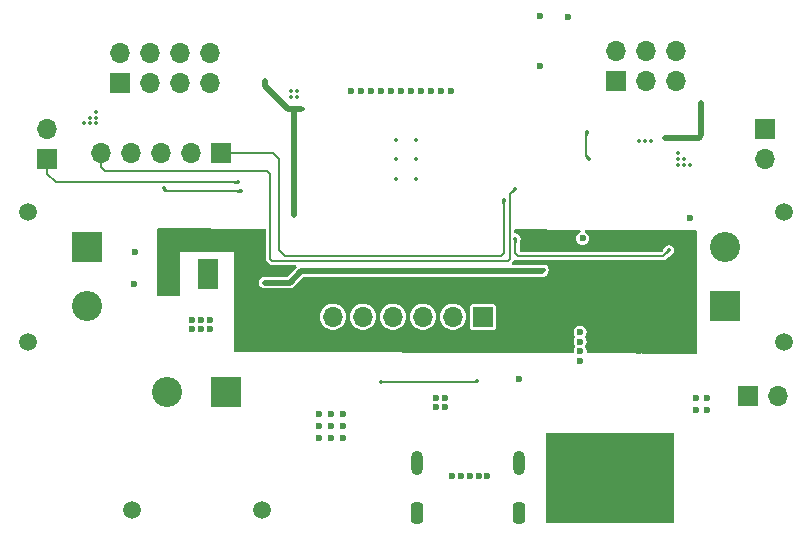
<source format=gbr>
%TF.GenerationSoftware,KiCad,Pcbnew,8.0.5*%
%TF.CreationDate,2024-10-31T19:08:10-07:00*%
%TF.ProjectId,PIG-19,5049472d-3139-42e6-9b69-6361645f7063,rev?*%
%TF.SameCoordinates,Original*%
%TF.FileFunction,Copper,L4,Bot*%
%TF.FilePolarity,Positive*%
%FSLAX46Y46*%
G04 Gerber Fmt 4.6, Leading zero omitted, Abs format (unit mm)*
G04 Created by KiCad (PCBNEW 8.0.5) date 2024-10-31 19:08:10*
%MOMM*%
%LPD*%
G01*
G04 APERTURE LIST*
G04 Aperture macros list*
%AMRoundRect*
0 Rectangle with rounded corners*
0 $1 Rounding radius*
0 $2 $3 $4 $5 $6 $7 $8 $9 X,Y pos of 4 corners*
0 Add a 4 corners polygon primitive as box body*
4,1,4,$2,$3,$4,$5,$6,$7,$8,$9,$2,$3,0*
0 Add four circle primitives for the rounded corners*
1,1,$1+$1,$2,$3*
1,1,$1+$1,$4,$5*
1,1,$1+$1,$6,$7*
1,1,$1+$1,$8,$9*
0 Add four rect primitives between the rounded corners*
20,1,$1+$1,$2,$3,$4,$5,0*
20,1,$1+$1,$4,$5,$6,$7,0*
20,1,$1+$1,$6,$7,$8,$9,0*
20,1,$1+$1,$8,$9,$2,$3,0*%
G04 Aperture macros list end*
%TA.AperFunction,ComponentPad*%
%ADD10R,1.700000X1.700000*%
%TD*%
%TA.AperFunction,ComponentPad*%
%ADD11O,1.700000X1.700000*%
%TD*%
%TA.AperFunction,ComponentPad*%
%ADD12C,2.550000*%
%TD*%
%TA.AperFunction,ComponentPad*%
%ADD13R,2.550000X2.550000*%
%TD*%
%TA.AperFunction,ComponentPad*%
%ADD14C,1.508000*%
%TD*%
%TA.AperFunction,ComponentPad*%
%ADD15O,1.000000X2.100000*%
%TD*%
%TA.AperFunction,ComponentPad*%
%ADD16RoundRect,0.250000X-0.250000X-0.650000X0.250000X-0.650000X0.250000X0.650000X-0.250000X0.650000X0*%
%TD*%
%TA.AperFunction,SMDPad,CuDef*%
%ADD17R,1.749999X2.500000*%
%TD*%
%TA.AperFunction,SMDPad,CuDef*%
%ADD18R,10.840000X7.620000*%
%TD*%
%TA.AperFunction,ViaPad*%
%ADD19C,0.350000*%
%TD*%
%TA.AperFunction,ViaPad*%
%ADD20C,0.600000*%
%TD*%
%TA.AperFunction,Conductor*%
%ADD21C,0.200000*%
%TD*%
%TA.AperFunction,Conductor*%
%ADD22C,0.500000*%
%TD*%
%TA.AperFunction,Conductor*%
%ADD23C,0.254000*%
%TD*%
G04 APERTURE END LIST*
D10*
%TO.P,J6,1,Pin_1*%
%TO.N,/mot-2*%
X129496955Y-68127518D03*
D11*
%TO.P,J6,2,Pin_2*%
%TO.N,GND*%
X129496955Y-65587518D03*
%TD*%
D10*
%TO.P,BNO1,1,Pin_1*%
%TO.N,/SDA*%
X144196955Y-67627518D03*
D11*
%TO.P,BNO1,2,Pin_2*%
%TO.N,+3V3*%
X141656955Y-67627518D03*
%TO.P,BNO1,3,Pin_3*%
%TO.N,/INT3*%
X139116955Y-67627518D03*
%TO.P,BNO1,4,Pin_4*%
%TO.N,GND*%
X136576955Y-67627518D03*
%TO.P,BNO1,5,Pin_5*%
%TO.N,/SCL*%
X134036955Y-67627518D03*
%TD*%
D12*
%TO.P,J2,N,N*%
%TO.N,GND*%
X186871955Y-75627518D03*
D13*
%TO.P,J2,P,P*%
%TO.N,+BATT*%
X186871955Y-80627518D03*
D14*
%TO.P,J2,S1,S1*%
%TO.N,unconnected-(J2-PadS1)*%
X191871955Y-83627518D03*
%TO.P,J2,S2,S2*%
%TO.N,unconnected-(J2-PadS2)*%
X191871955Y-72627518D03*
%TD*%
D12*
%TO.P,J9,N,N*%
%TO.N,GND*%
X139621955Y-87871768D03*
D13*
%TO.P,J9,P,P*%
%TO.N,Net-(SW3A-A)*%
X144621955Y-87871768D03*
D14*
%TO.P,J9,S1,S1*%
%TO.N,unconnected-(J9-PadS1)*%
X136621955Y-97871768D03*
%TO.P,J9,S2,S2*%
%TO.N,unconnected-(J9-PadS2)*%
X147621955Y-97871768D03*
%TD*%
D15*
%TO.P,J11,S1,SHELL_GND*%
%TO.N,GND*%
X160801955Y-93897518D03*
%TO.P,J11,S2,SHELL_GND*%
X169441955Y-93897518D03*
D16*
%TO.P,J11,S3,SHELL_GND*%
X160801955Y-98077518D03*
%TO.P,J11,S4,SHELL_GND*%
X169441955Y-98077518D03*
%TD*%
D10*
%TO.P,LED1,1,Pin_1*%
%TO.N,+5V*%
X177596955Y-61527518D03*
D11*
%TO.P,LED1,2,Pin_2*%
X177596955Y-58987518D03*
%TO.P,LED1,3,Pin_3*%
%TO.N,/LED_S1*%
X180136955Y-61527518D03*
%TO.P,LED1,4,Pin_4*%
%TO.N,/LED_S2*%
X180136955Y-58987518D03*
%TO.P,LED1,5,Pin_5*%
%TO.N,GND*%
X182676955Y-61527518D03*
%TO.P,LED1,6,Pin_6*%
X182676955Y-58987518D03*
%TD*%
D17*
%TO.P,LDO1,9,Thermal_Pad*%
%TO.N,GND*%
X143121955Y-77877518D03*
%TD*%
D10*
%TO.P,LM298NPWR1,1,Pin_1*%
%TO.N,+BATT*%
X188825000Y-88200000D03*
D11*
%TO.P,LM298NPWR1,2,Pin_2*%
%TO.N,GND*%
X191365000Y-88200000D03*
%TD*%
D10*
%TO.P,RescueDCPin1,1,Pin_1*%
%TO.N,/ENA*%
X166370000Y-81500000D03*
D11*
%TO.P,RescueDCPin1,2,Pin_2*%
%TO.N,/IN1*%
X163830000Y-81500000D03*
%TO.P,RescueDCPin1,3,Pin_3*%
%TO.N,/IN2*%
X161290000Y-81500000D03*
%TO.P,RescueDCPin1,4,Pin_4*%
%TO.N,/IN3*%
X158750000Y-81500000D03*
%TO.P,RescueDCPin1,5,Pin_5*%
%TO.N,/IN4*%
X156210000Y-81500000D03*
%TO.P,RescueDCPin1,6,Pin_6*%
%TO.N,/ENB*%
X153670000Y-81500000D03*
%TD*%
D18*
%TO.P,U1,4,GND*%
%TO.N,GND*%
X177121955Y-95127518D03*
%TD*%
D10*
%TO.P,J5,1,Pin_1*%
%TO.N,/mot-1*%
X190246955Y-65627518D03*
D11*
%TO.P,J5,2,Pin_2*%
%TO.N,GND*%
X190246955Y-68167518D03*
%TD*%
D10*
%TO.P,USS1,1,Pin_1*%
%TO.N,+5V*%
X135621955Y-61667518D03*
D11*
%TO.P,USS1,2,Pin_2*%
X135621955Y-59127518D03*
%TO.P,USS1,3,Pin_3*%
%TO.N,/Echo_1*%
X138161955Y-61667518D03*
%TO.P,USS1,4,Pin_4*%
%TO.N,/Echo_2*%
X138161955Y-59127518D03*
%TO.P,USS1,5,Pin_5*%
%TO.N,/Trig_1*%
X140701955Y-61667518D03*
%TO.P,USS1,6,Pin_6*%
%TO.N,/Trig_2*%
X140701955Y-59127518D03*
%TO.P,USS1,7,Pin_7*%
%TO.N,GND*%
X143241955Y-61667518D03*
%TO.P,USS1,8,Pin_8*%
X143241955Y-59127518D03*
%TD*%
D12*
%TO.P,J1,N,N*%
%TO.N,GND*%
X132871955Y-80627518D03*
D13*
%TO.P,J1,P,P*%
%TO.N,+BATT*%
X132871955Y-75627518D03*
D14*
%TO.P,J1,S1,S1*%
%TO.N,unconnected-(J1-PadS1)*%
X127871955Y-72627518D03*
%TO.P,J1,S2,S2*%
%TO.N,unconnected-(J1-PadS2)*%
X127871955Y-83627518D03*
%TD*%
D19*
%TO.N,/SDA*%
X168121955Y-71600000D03*
D20*
%TO.N,GND*%
X141750000Y-81750000D03*
X173250000Y-92250000D03*
D19*
X159046955Y-68152518D03*
D20*
X180250000Y-94250000D03*
D19*
X133621955Y-65127518D03*
D20*
X176250000Y-95250000D03*
X178250000Y-95250000D03*
X179250000Y-96250000D03*
X174250000Y-96250000D03*
X177250000Y-94250000D03*
X177250000Y-96250000D03*
X181250000Y-93250000D03*
D19*
X150121955Y-62877518D03*
X160696955Y-66502518D03*
X133121955Y-65127518D03*
D20*
X156050000Y-62400000D03*
X178250000Y-92250000D03*
X142600000Y-77900000D03*
X177250000Y-92250000D03*
X180250000Y-92250000D03*
X160300000Y-62400000D03*
X179250000Y-95250000D03*
D19*
X160696955Y-69802518D03*
D20*
X185371955Y-88377518D03*
D19*
X133121955Y-64627518D03*
D20*
X173250000Y-95250000D03*
X179250000Y-94250000D03*
X163700000Y-62400000D03*
X176250000Y-92250000D03*
X177250000Y-95250000D03*
X155200000Y-62400000D03*
D19*
X160696955Y-68152518D03*
D20*
X143250000Y-82500000D03*
D19*
X182871955Y-68627518D03*
D20*
X178250000Y-96250000D03*
X142600000Y-78800000D03*
X176250000Y-94250000D03*
D19*
X150621955Y-62377518D03*
D20*
X143500000Y-77900000D03*
D19*
X159046955Y-66502518D03*
D20*
X174250000Y-92250000D03*
D19*
X180121955Y-66627518D03*
D20*
X158600000Y-62400000D03*
X161150000Y-62400000D03*
X175250000Y-94250000D03*
X174250000Y-93250000D03*
X173250000Y-96250000D03*
X175250000Y-95250000D03*
X179250000Y-93250000D03*
X175250000Y-93250000D03*
X180250000Y-93250000D03*
D19*
X183871955Y-68627518D03*
X179621955Y-66627518D03*
D20*
X185371955Y-89377518D03*
X178250000Y-94250000D03*
X143500000Y-77000000D03*
X173600000Y-56100000D03*
X176250000Y-96250000D03*
D19*
X182871955Y-68127518D03*
X183371955Y-68627518D03*
D20*
X177250000Y-93250000D03*
X173250000Y-93250000D03*
X179250000Y-92250000D03*
D19*
X150121955Y-62377518D03*
X180621955Y-66627518D03*
D20*
X178250000Y-93250000D03*
X184371955Y-89377518D03*
X157750000Y-62400000D03*
X142500000Y-82500000D03*
X180250000Y-95250000D03*
X175250000Y-96250000D03*
X163121955Y-89127518D03*
X163121955Y-88377518D03*
D19*
X159046955Y-69802518D03*
D20*
X184371955Y-88377518D03*
X143250000Y-81750000D03*
X181250000Y-96250000D03*
X171200000Y-56050000D03*
X171200000Y-60250000D03*
X159450000Y-62400000D03*
X143500000Y-78800000D03*
X174250000Y-95250000D03*
D19*
X183371955Y-68127518D03*
X132621955Y-65127518D03*
D20*
X180250000Y-96250000D03*
D19*
X133621955Y-64627518D03*
D20*
X181250000Y-95250000D03*
X162000000Y-62400000D03*
X162850000Y-62400000D03*
X174250000Y-94250000D03*
X181250000Y-94250000D03*
X162371955Y-88377518D03*
X181250000Y-92250000D03*
X141750000Y-82500000D03*
X173250000Y-94250000D03*
D19*
X133621955Y-64127518D03*
X150621955Y-62877518D03*
D20*
X142500000Y-81750000D03*
X162371955Y-89127518D03*
X142600000Y-77000000D03*
X176250000Y-93250000D03*
X156900000Y-62400000D03*
X175250000Y-92250000D03*
D19*
X182871955Y-67627518D03*
%TO.N,Net-(Accelerometer1-CS)*%
X175371955Y-68127518D03*
X175167365Y-65832108D03*
%TO.N,/SCL*%
X169046955Y-70702518D03*
%TO.N,+3V3*%
X150250000Y-63902518D03*
X184871955Y-63377518D03*
X181821955Y-66377518D03*
X151100000Y-63900000D03*
X150000000Y-78600000D03*
X147921955Y-61500000D03*
X150371955Y-72877518D03*
X147871955Y-78627518D03*
X171500000Y-77500000D03*
D20*
%TO.N,PWR-DIODE*%
X139650000Y-78750000D03*
X139675000Y-76025000D03*
X179600000Y-84400000D03*
X179600000Y-82800000D03*
X179600000Y-83600000D03*
X180200000Y-74850000D03*
%TO.N,+BATT*%
X183900000Y-73100000D03*
X153500000Y-91750000D03*
X153500000Y-90750000D03*
X152500000Y-90750000D03*
X154500000Y-91750000D03*
X152500000Y-91750000D03*
X154500000Y-89750000D03*
X152500000Y-89750000D03*
X136871955Y-76000000D03*
X154500000Y-90750000D03*
X153500000Y-89750000D03*
%TO.N,+5V*%
X174800000Y-74850000D03*
X174600000Y-82800000D03*
X174600000Y-83600000D03*
X174600000Y-85200000D03*
X169400000Y-86750000D03*
X174600000Y-84400000D03*
%TO.N,+V_USB*%
X163750000Y-95000000D03*
X165250000Y-95000000D03*
X166750000Y-95000000D03*
X164500000Y-95000000D03*
X166000000Y-95000000D03*
X136800000Y-78700000D03*
D19*
%TO.N,/mot-2*%
X145621955Y-70127518D03*
%TO.N,/DP*%
X165871955Y-86928045D03*
X157750000Y-87000000D03*
%TO.N,/Batt_S*%
X182121955Y-75877518D03*
X169121955Y-74877518D03*
%TO.N,/INT3*%
X145871955Y-70877518D03*
X139371955Y-70627518D03*
%TD*%
D21*
%TO.N,/SDA*%
X149121955Y-75877518D02*
X149121955Y-68127518D01*
X167871955Y-76377518D02*
X149621955Y-76377518D01*
X149621955Y-76377518D02*
X149121955Y-75877518D01*
X148621955Y-67627518D02*
X144196955Y-67627518D01*
X149121955Y-68127518D02*
X148621955Y-67627518D01*
X168121955Y-71600000D02*
X168121955Y-76127518D01*
X168121955Y-76127518D02*
X167871955Y-76377518D01*
%TO.N,Net-(Accelerometer1-CS)*%
X175167365Y-65832108D02*
X175121955Y-65877518D01*
X175121955Y-65877518D02*
X175121955Y-67877518D01*
X175121955Y-67877518D02*
X175371955Y-68127518D01*
%TO.N,/SCL*%
X148371955Y-69377518D02*
X148121955Y-69127518D01*
X169046955Y-70702518D02*
X168646955Y-71102518D01*
X148521955Y-76777518D02*
X148371955Y-76627518D01*
X134371955Y-69127518D02*
X134036955Y-68792518D01*
X148121955Y-69127518D02*
X134371955Y-69127518D01*
X168471955Y-76777518D02*
X148521955Y-76777518D01*
X148371955Y-76627518D02*
X148371955Y-69377518D01*
X168646955Y-76602518D02*
X168471955Y-76777518D01*
X134036955Y-68792518D02*
X134036955Y-67627518D01*
X168646955Y-71102518D02*
X168646955Y-76602518D01*
%TO.N,+3V3*%
X147899473Y-78600000D02*
X147871955Y-78627518D01*
X150250000Y-63902518D02*
X150252518Y-63900000D01*
D22*
X184871955Y-66127518D02*
X184871955Y-63377518D01*
X149902518Y-63902518D02*
X147921955Y-61921955D01*
X150252518Y-63900000D02*
X150700000Y-63900000D01*
X171372482Y-77627518D02*
X150972482Y-77627518D01*
X147921955Y-61921955D02*
X147921955Y-61500000D01*
X150700000Y-63900000D02*
X151000000Y-63900000D01*
X150972482Y-77627518D02*
X150000000Y-78600000D01*
X181821955Y-66377518D02*
X184621955Y-66377518D01*
X184621955Y-66377518D02*
X184871955Y-66127518D01*
D21*
X150250000Y-63902518D02*
X150371955Y-64024473D01*
D23*
X171500000Y-77500000D02*
X171372482Y-77627518D01*
D22*
X150371955Y-64024473D02*
X150371955Y-72877518D01*
X150250000Y-63902518D02*
X149902518Y-63902518D01*
X150000000Y-78600000D02*
X147899473Y-78600000D01*
D21*
%TO.N,/mot-2*%
X145621955Y-70127518D02*
X130246955Y-70127518D01*
X130246955Y-70127518D02*
X129496955Y-69377518D01*
X129496955Y-69377518D02*
X129496955Y-68127518D01*
%TO.N,/DP*%
X157750000Y-87000000D02*
X165800000Y-87000000D01*
X165800000Y-87000000D02*
X165871955Y-86928045D01*
%TO.N,/Batt_S*%
X169377518Y-76377518D02*
X169121955Y-76121955D01*
X182121955Y-75877518D02*
X181621955Y-76377518D01*
X169121955Y-76121955D02*
X169121955Y-74877518D01*
X181621955Y-76377518D02*
X169377518Y-76377518D01*
%TO.N,/INT3*%
X139371955Y-70627518D02*
X139621955Y-70877518D01*
X139621955Y-70877518D02*
X145871955Y-70877518D01*
%TD*%
%TA.AperFunction,Conductor*%
%TO.N,PWR-DIODE*%
G36*
X147897864Y-74030025D02*
G01*
X147964836Y-74049929D01*
X148010418Y-74102883D01*
X148021455Y-74154024D01*
X148021455Y-76673663D01*
X148045026Y-76761635D01*
X148045027Y-76761635D01*
X148045341Y-76762806D01*
X148045341Y-76762808D01*
X148091482Y-76842726D01*
X148091484Y-76842729D01*
X148091485Y-76842730D01*
X148306743Y-77057988D01*
X148386667Y-77104132D01*
X148475811Y-77128018D01*
X150464806Y-77128018D01*
X150531845Y-77147703D01*
X150577600Y-77200507D01*
X150587544Y-77269665D01*
X150558519Y-77333221D01*
X150552487Y-77339699D01*
X149829005Y-78063181D01*
X149767682Y-78096666D01*
X149741324Y-78099500D01*
X147833581Y-78099500D01*
X147706285Y-78133608D01*
X147592159Y-78199500D01*
X147592156Y-78199502D01*
X147498975Y-78292683D01*
X147498973Y-78292686D01*
X147433081Y-78406812D01*
X147398973Y-78534108D01*
X147398973Y-78665891D01*
X147433081Y-78793187D01*
X147466027Y-78850250D01*
X147498973Y-78907314D01*
X147592159Y-79000500D01*
X147706287Y-79066392D01*
X147833581Y-79100500D01*
X147833583Y-79100500D01*
X150065890Y-79100500D01*
X150065892Y-79100500D01*
X150193186Y-79066392D01*
X150307314Y-79000500D01*
X151143476Y-78164336D01*
X151204799Y-78130852D01*
X151231157Y-78128018D01*
X171438372Y-78128018D01*
X171438374Y-78128018D01*
X171565668Y-78093910D01*
X171679796Y-78028018D01*
X171772982Y-77934832D01*
X171838874Y-77820704D01*
X171862931Y-77730916D01*
X171872221Y-77706719D01*
X171909719Y-77633126D01*
X171909719Y-77633124D01*
X171909720Y-77633123D01*
X171930804Y-77500002D01*
X171930804Y-77499997D01*
X171909720Y-77366878D01*
X171909719Y-77366876D01*
X171909719Y-77366874D01*
X171848528Y-77246780D01*
X171848526Y-77246778D01*
X171848523Y-77246774D01*
X171753225Y-77151476D01*
X171753221Y-77151473D01*
X171753220Y-77151472D01*
X171633126Y-77090281D01*
X171633124Y-77090280D01*
X171633121Y-77090279D01*
X171500002Y-77069196D01*
X171499998Y-77069196D01*
X171467233Y-77074384D01*
X171445201Y-77075882D01*
X171441886Y-77075811D01*
X171441880Y-77075811D01*
X171190976Y-77120151D01*
X171168019Y-77124209D01*
X171168018Y-77124209D01*
X171163357Y-77125033D01*
X171163220Y-77124261D01*
X171141416Y-77127018D01*
X168917498Y-77127018D01*
X168850459Y-77107333D01*
X168804704Y-77054529D01*
X168794760Y-76985371D01*
X168823785Y-76921815D01*
X168829817Y-76915337D01*
X168927424Y-76817730D01*
X168973569Y-76737806D01*
X168975551Y-76730407D01*
X169011915Y-76670747D01*
X169074761Y-76640217D01*
X169144137Y-76648511D01*
X169157326Y-76655113D01*
X169162306Y-76657988D01*
X169242230Y-76704132D01*
X169331374Y-76728018D01*
X169331375Y-76728018D01*
X169331376Y-76728018D01*
X181668097Y-76728018D01*
X181668099Y-76728018D01*
X181757243Y-76704132D01*
X181837167Y-76657988D01*
X182077191Y-76417962D01*
X182097856Y-76401316D01*
X182318792Y-76259446D01*
X182319705Y-76258642D01*
X182321227Y-76257609D01*
X182322521Y-76256634D01*
X182322569Y-76256698D01*
X182345305Y-76241264D01*
X182375175Y-76226046D01*
X182470483Y-76130738D01*
X182531674Y-76010644D01*
X182531675Y-76010639D01*
X182552759Y-75877520D01*
X182552759Y-75877515D01*
X182531675Y-75744396D01*
X182531674Y-75744394D01*
X182531674Y-75744392D01*
X182470483Y-75624298D01*
X182470480Y-75624295D01*
X182470478Y-75624292D01*
X182375180Y-75528994D01*
X182375176Y-75528991D01*
X182375175Y-75528990D01*
X182255081Y-75467799D01*
X182255079Y-75467798D01*
X182255076Y-75467797D01*
X182121957Y-75446714D01*
X182121953Y-75446714D01*
X181988833Y-75467797D01*
X181868733Y-75528991D01*
X181868729Y-75528994D01*
X181773428Y-75624295D01*
X181758325Y-75653936D01*
X181743085Y-75675330D01*
X181743806Y-75675900D01*
X181740026Y-75680680D01*
X181598162Y-75901605D01*
X181581505Y-75922284D01*
X181513093Y-75990698D01*
X181451770Y-76024184D01*
X181425410Y-76027018D01*
X169596455Y-76027018D01*
X169529416Y-76007333D01*
X169483661Y-75954529D01*
X169472455Y-75903018D01*
X169472455Y-75291334D01*
X169475298Y-75264931D01*
X169505220Y-75127625D01*
X169527444Y-75025644D01*
X169530671Y-75013728D01*
X169531670Y-75010650D01*
X169531674Y-75010644D01*
X169534356Y-74993712D01*
X169552759Y-74877521D01*
X169552759Y-74877515D01*
X169531675Y-74744396D01*
X169531674Y-74744394D01*
X169531674Y-74744392D01*
X169470483Y-74624298D01*
X169470481Y-74624296D01*
X169470478Y-74624292D01*
X169375180Y-74528994D01*
X169375176Y-74528991D01*
X169375175Y-74528990D01*
X169255081Y-74467799D01*
X169255079Y-74467798D01*
X169255076Y-74467797D01*
X169121957Y-74446714D01*
X169121455Y-74446714D01*
X169120866Y-74446541D01*
X169112316Y-74445187D01*
X169112491Y-74444081D01*
X169054416Y-74427029D01*
X169008661Y-74374225D01*
X168997455Y-74322714D01*
X168997455Y-74223687D01*
X169017140Y-74156648D01*
X169069944Y-74110893D01*
X169121858Y-74099688D01*
X174507234Y-74117365D01*
X174574205Y-74137268D01*
X174619787Y-74190222D01*
X174629503Y-74259413D01*
X174600270Y-74322873D01*
X174554279Y-74355923D01*
X174522377Y-74369137D01*
X174407379Y-74457379D01*
X174319137Y-74572377D01*
X174263671Y-74706287D01*
X174263670Y-74706291D01*
X174244750Y-74850000D01*
X174248372Y-74877515D01*
X174263670Y-74993708D01*
X174263671Y-74993712D01*
X174319137Y-75127622D01*
X174319138Y-75127624D01*
X174319139Y-75127625D01*
X174407379Y-75242621D01*
X174522375Y-75330861D01*
X174656291Y-75386330D01*
X174783280Y-75403048D01*
X174799999Y-75405250D01*
X174800000Y-75405250D01*
X174800001Y-75405250D01*
X174814977Y-75403278D01*
X174943709Y-75386330D01*
X175077625Y-75330861D01*
X175192621Y-75242621D01*
X175280861Y-75127625D01*
X175336330Y-74993709D01*
X175355250Y-74850000D01*
X175336330Y-74706291D01*
X175280861Y-74572375D01*
X175192621Y-74457379D01*
X175077625Y-74369139D01*
X175064845Y-74363845D01*
X175050405Y-74357864D01*
X174996001Y-74314023D01*
X174973937Y-74247728D01*
X174991217Y-74180029D01*
X175042354Y-74132419D01*
X175098260Y-74119305D01*
X184327288Y-74149597D01*
X184394262Y-74169501D01*
X184439844Y-74222455D01*
X184450878Y-74272708D01*
X184524102Y-84499714D01*
X184504898Y-84566893D01*
X184452423Y-84613025D01*
X184399710Y-84624601D01*
X175270505Y-84595545D01*
X175203529Y-84575648D01*
X175157942Y-84522698D01*
X175147961Y-84455361D01*
X175155250Y-84400000D01*
X175136330Y-84256291D01*
X175080861Y-84122375D01*
X175044881Y-84075485D01*
X175019687Y-84010318D01*
X175033725Y-83941873D01*
X175044880Y-83924516D01*
X175080861Y-83877625D01*
X175136330Y-83743709D01*
X175155250Y-83600000D01*
X175136330Y-83456291D01*
X175080861Y-83322375D01*
X175044881Y-83275485D01*
X175019687Y-83210318D01*
X175033725Y-83141873D01*
X175044880Y-83124516D01*
X175080861Y-83077625D01*
X175136330Y-82943709D01*
X175155250Y-82800000D01*
X175136330Y-82656291D01*
X175080861Y-82522375D01*
X174992621Y-82407379D01*
X174877625Y-82319139D01*
X174877624Y-82319138D01*
X174877622Y-82319137D01*
X174743712Y-82263671D01*
X174743710Y-82263670D01*
X174743709Y-82263670D01*
X174671854Y-82254210D01*
X174600001Y-82244750D01*
X174599999Y-82244750D01*
X174456291Y-82263670D01*
X174456287Y-82263671D01*
X174322377Y-82319137D01*
X174207379Y-82407379D01*
X174119137Y-82522377D01*
X174063671Y-82656287D01*
X174063670Y-82656291D01*
X174044750Y-82799999D01*
X174044750Y-82800000D01*
X174063670Y-82943708D01*
X174063671Y-82943712D01*
X174119138Y-83077623D01*
X174119139Y-83077625D01*
X174155118Y-83124514D01*
X174180312Y-83189683D01*
X174166274Y-83258128D01*
X174155118Y-83275486D01*
X174119139Y-83322374D01*
X174119138Y-83322376D01*
X174063671Y-83456287D01*
X174063670Y-83456291D01*
X174044750Y-83599999D01*
X174044750Y-83600000D01*
X174063670Y-83743708D01*
X174063671Y-83743712D01*
X174119138Y-83877623D01*
X174119139Y-83877625D01*
X174155118Y-83924514D01*
X174180312Y-83989683D01*
X174166274Y-84058128D01*
X174155118Y-84075486D01*
X174119139Y-84122374D01*
X174119138Y-84122376D01*
X174063671Y-84256287D01*
X174063670Y-84256291D01*
X174044750Y-84399999D01*
X174044750Y-84400000D01*
X174051476Y-84451088D01*
X174040711Y-84520124D01*
X173994331Y-84572379D01*
X173928142Y-84591273D01*
X145373605Y-84500393D01*
X145306629Y-84480496D01*
X145261042Y-84427546D01*
X145250000Y-84376394D01*
X145250000Y-81499999D01*
X152564785Y-81499999D01*
X152564785Y-81500000D01*
X152583602Y-81703082D01*
X152639417Y-81899247D01*
X152639422Y-81899260D01*
X152730327Y-82081821D01*
X152853237Y-82244581D01*
X153003958Y-82381980D01*
X153003960Y-82381982D01*
X153044978Y-82407379D01*
X153177363Y-82489348D01*
X153367544Y-82563024D01*
X153568024Y-82600500D01*
X153568026Y-82600500D01*
X153771974Y-82600500D01*
X153771976Y-82600500D01*
X153972456Y-82563024D01*
X154162637Y-82489348D01*
X154336041Y-82381981D01*
X154465822Y-82263670D01*
X154486762Y-82244581D01*
X154486764Y-82244579D01*
X154609673Y-82081821D01*
X154700582Y-81899250D01*
X154756397Y-81703083D01*
X154775215Y-81500000D01*
X154775215Y-81499999D01*
X155104785Y-81499999D01*
X155104785Y-81500000D01*
X155123602Y-81703082D01*
X155179417Y-81899247D01*
X155179422Y-81899260D01*
X155270327Y-82081821D01*
X155393237Y-82244581D01*
X155543958Y-82381980D01*
X155543960Y-82381982D01*
X155584978Y-82407379D01*
X155717363Y-82489348D01*
X155907544Y-82563024D01*
X156108024Y-82600500D01*
X156108026Y-82600500D01*
X156311974Y-82600500D01*
X156311976Y-82600500D01*
X156512456Y-82563024D01*
X156702637Y-82489348D01*
X156876041Y-82381981D01*
X157005822Y-82263670D01*
X157026762Y-82244581D01*
X157026764Y-82244579D01*
X157149673Y-82081821D01*
X157240582Y-81899250D01*
X157296397Y-81703083D01*
X157315215Y-81500000D01*
X157315215Y-81499999D01*
X157644785Y-81499999D01*
X157644785Y-81500000D01*
X157663602Y-81703082D01*
X157719417Y-81899247D01*
X157719422Y-81899260D01*
X157810327Y-82081821D01*
X157933237Y-82244581D01*
X158083958Y-82381980D01*
X158083960Y-82381982D01*
X158124978Y-82407379D01*
X158257363Y-82489348D01*
X158447544Y-82563024D01*
X158648024Y-82600500D01*
X158648026Y-82600500D01*
X158851974Y-82600500D01*
X158851976Y-82600500D01*
X159052456Y-82563024D01*
X159242637Y-82489348D01*
X159416041Y-82381981D01*
X159545822Y-82263670D01*
X159566762Y-82244581D01*
X159566764Y-82244579D01*
X159689673Y-82081821D01*
X159780582Y-81899250D01*
X159836397Y-81703083D01*
X159855215Y-81500000D01*
X159855215Y-81499999D01*
X160184785Y-81499999D01*
X160184785Y-81500000D01*
X160203602Y-81703082D01*
X160259417Y-81899247D01*
X160259422Y-81899260D01*
X160350327Y-82081821D01*
X160473237Y-82244581D01*
X160623958Y-82381980D01*
X160623960Y-82381982D01*
X160664978Y-82407379D01*
X160797363Y-82489348D01*
X160987544Y-82563024D01*
X161188024Y-82600500D01*
X161188026Y-82600500D01*
X161391974Y-82600500D01*
X161391976Y-82600500D01*
X161592456Y-82563024D01*
X161782637Y-82489348D01*
X161956041Y-82381981D01*
X162085822Y-82263670D01*
X162106762Y-82244581D01*
X162106764Y-82244579D01*
X162229673Y-82081821D01*
X162320582Y-81899250D01*
X162376397Y-81703083D01*
X162395215Y-81500000D01*
X162395215Y-81499999D01*
X162724785Y-81499999D01*
X162724785Y-81500000D01*
X162743602Y-81703082D01*
X162799417Y-81899247D01*
X162799422Y-81899260D01*
X162890327Y-82081821D01*
X163013237Y-82244581D01*
X163163958Y-82381980D01*
X163163960Y-82381982D01*
X163204978Y-82407379D01*
X163337363Y-82489348D01*
X163527544Y-82563024D01*
X163728024Y-82600500D01*
X163728026Y-82600500D01*
X163931974Y-82600500D01*
X163931976Y-82600500D01*
X164132456Y-82563024D01*
X164322637Y-82489348D01*
X164496041Y-82381981D01*
X164625822Y-82263670D01*
X164646762Y-82244581D01*
X164646764Y-82244579D01*
X164769673Y-82081821D01*
X164860582Y-81899250D01*
X164916397Y-81703083D01*
X164935215Y-81500000D01*
X164916397Y-81296917D01*
X164860582Y-81100750D01*
X164769673Y-80918179D01*
X164646764Y-80755421D01*
X164646762Y-80755418D01*
X164504051Y-80625321D01*
X165269500Y-80625321D01*
X165269500Y-82374678D01*
X165284032Y-82447735D01*
X165284033Y-82447739D01*
X165284034Y-82447740D01*
X165339399Y-82530601D01*
X165422260Y-82585966D01*
X165422264Y-82585967D01*
X165495321Y-82600499D01*
X165495324Y-82600500D01*
X165495326Y-82600500D01*
X167244676Y-82600500D01*
X167244677Y-82600499D01*
X167317740Y-82585966D01*
X167400601Y-82530601D01*
X167455966Y-82447740D01*
X167470500Y-82374674D01*
X167470500Y-80625326D01*
X167470500Y-80625323D01*
X167470499Y-80625321D01*
X167455967Y-80552264D01*
X167455966Y-80552260D01*
X167400601Y-80469399D01*
X167317740Y-80414034D01*
X167317739Y-80414033D01*
X167317735Y-80414032D01*
X167244677Y-80399500D01*
X167244674Y-80399500D01*
X165495326Y-80399500D01*
X165495323Y-80399500D01*
X165422264Y-80414032D01*
X165422260Y-80414033D01*
X165339399Y-80469399D01*
X165284033Y-80552260D01*
X165284032Y-80552264D01*
X165269500Y-80625321D01*
X164504051Y-80625321D01*
X164496041Y-80618019D01*
X164496039Y-80618017D01*
X164322642Y-80510655D01*
X164322635Y-80510651D01*
X164216150Y-80469399D01*
X164132456Y-80436976D01*
X163931976Y-80399500D01*
X163728024Y-80399500D01*
X163527544Y-80436976D01*
X163527541Y-80436976D01*
X163527541Y-80436977D01*
X163337364Y-80510651D01*
X163337357Y-80510655D01*
X163163960Y-80618017D01*
X163163958Y-80618019D01*
X163013237Y-80755418D01*
X162890327Y-80918178D01*
X162799422Y-81100739D01*
X162799417Y-81100752D01*
X162743602Y-81296917D01*
X162724785Y-81499999D01*
X162395215Y-81499999D01*
X162376397Y-81296917D01*
X162320582Y-81100750D01*
X162229673Y-80918179D01*
X162106764Y-80755421D01*
X162106762Y-80755418D01*
X161956041Y-80618019D01*
X161956039Y-80618017D01*
X161782642Y-80510655D01*
X161782635Y-80510651D01*
X161676150Y-80469399D01*
X161592456Y-80436976D01*
X161391976Y-80399500D01*
X161188024Y-80399500D01*
X160987544Y-80436976D01*
X160987541Y-80436976D01*
X160987541Y-80436977D01*
X160797364Y-80510651D01*
X160797357Y-80510655D01*
X160623960Y-80618017D01*
X160623958Y-80618019D01*
X160473237Y-80755418D01*
X160350327Y-80918178D01*
X160259422Y-81100739D01*
X160259417Y-81100752D01*
X160203602Y-81296917D01*
X160184785Y-81499999D01*
X159855215Y-81499999D01*
X159836397Y-81296917D01*
X159780582Y-81100750D01*
X159689673Y-80918179D01*
X159566764Y-80755421D01*
X159566762Y-80755418D01*
X159416041Y-80618019D01*
X159416039Y-80618017D01*
X159242642Y-80510655D01*
X159242635Y-80510651D01*
X159136150Y-80469399D01*
X159052456Y-80436976D01*
X158851976Y-80399500D01*
X158648024Y-80399500D01*
X158447544Y-80436976D01*
X158447541Y-80436976D01*
X158447541Y-80436977D01*
X158257364Y-80510651D01*
X158257357Y-80510655D01*
X158083960Y-80618017D01*
X158083958Y-80618019D01*
X157933237Y-80755418D01*
X157810327Y-80918178D01*
X157719422Y-81100739D01*
X157719417Y-81100752D01*
X157663602Y-81296917D01*
X157644785Y-81499999D01*
X157315215Y-81499999D01*
X157296397Y-81296917D01*
X157240582Y-81100750D01*
X157149673Y-80918179D01*
X157026764Y-80755421D01*
X157026762Y-80755418D01*
X156876041Y-80618019D01*
X156876039Y-80618017D01*
X156702642Y-80510655D01*
X156702635Y-80510651D01*
X156596150Y-80469399D01*
X156512456Y-80436976D01*
X156311976Y-80399500D01*
X156108024Y-80399500D01*
X155907544Y-80436976D01*
X155907541Y-80436976D01*
X155907541Y-80436977D01*
X155717364Y-80510651D01*
X155717357Y-80510655D01*
X155543960Y-80618017D01*
X155543958Y-80618019D01*
X155393237Y-80755418D01*
X155270327Y-80918178D01*
X155179422Y-81100739D01*
X155179417Y-81100752D01*
X155123602Y-81296917D01*
X155104785Y-81499999D01*
X154775215Y-81499999D01*
X154756397Y-81296917D01*
X154700582Y-81100750D01*
X154609673Y-80918179D01*
X154486764Y-80755421D01*
X154486762Y-80755418D01*
X154336041Y-80618019D01*
X154336039Y-80618017D01*
X154162642Y-80510655D01*
X154162635Y-80510651D01*
X154056150Y-80469399D01*
X153972456Y-80436976D01*
X153771976Y-80399500D01*
X153568024Y-80399500D01*
X153367544Y-80436976D01*
X153367541Y-80436976D01*
X153367541Y-80436977D01*
X153177364Y-80510651D01*
X153177357Y-80510655D01*
X153003960Y-80618017D01*
X153003958Y-80618019D01*
X152853237Y-80755418D01*
X152730327Y-80918178D01*
X152639422Y-81100739D01*
X152639417Y-81100752D01*
X152583602Y-81296917D01*
X152564785Y-81499999D01*
X145250000Y-81499999D01*
X145250000Y-76000000D01*
X140750000Y-76000000D01*
X140750000Y-79626000D01*
X140730315Y-79693039D01*
X140677511Y-79738794D01*
X140626000Y-79750000D01*
X138874000Y-79750000D01*
X138806961Y-79730315D01*
X138761206Y-79677511D01*
X138750000Y-79626000D01*
X138750000Y-74124407D01*
X138769685Y-74057368D01*
X138822489Y-74011613D01*
X138874405Y-74000408D01*
X147897864Y-74030025D01*
G37*
%TD.AperFunction*%
%TD*%
%TA.AperFunction,Conductor*%
%TO.N,/SDA*%
G36*
X168126489Y-71600906D02*
G01*
X168274664Y-71663199D01*
X168280963Y-71669565D01*
X168281562Y-71676476D01*
X168223962Y-71940791D01*
X168218852Y-71948145D01*
X168212530Y-71950000D01*
X168031380Y-71950000D01*
X168023107Y-71946573D01*
X168019948Y-71940791D01*
X167962347Y-71676474D01*
X167963934Y-71667663D01*
X167969243Y-71663199D01*
X168117421Y-71600905D01*
X168126375Y-71600859D01*
X168126489Y-71600906D01*
G37*
%TD.AperFunction*%
%TD*%
%TA.AperFunction,Conductor*%
%TO.N,Net-(Accelerometer1-CS)*%
G36*
X175169569Y-65832034D02*
G01*
X175318528Y-65894657D01*
X175324827Y-65901023D01*
X175324891Y-65909702D01*
X175224863Y-66165634D01*
X175218660Y-66172092D01*
X175213966Y-66173075D01*
X175032683Y-66173075D01*
X175024410Y-66169648D01*
X175021027Y-66162387D01*
X174993461Y-65844744D01*
X174996160Y-65836208D01*
X175004105Y-65832079D01*
X175005037Y-65832035D01*
X175164973Y-65831121D01*
X175169569Y-65832034D01*
G37*
%TD.AperFunction*%
%TD*%
%TA.AperFunction,Conductor*%
%TO.N,Net-(Accelerometer1-CS)*%
G36*
X175203107Y-67814411D02*
G01*
X175430739Y-67960582D01*
X175435848Y-67967935D01*
X175435249Y-67974846D01*
X175374520Y-68123670D01*
X175368221Y-68130036D01*
X175368107Y-68130083D01*
X175219283Y-68190812D01*
X175210329Y-68190765D01*
X175205019Y-68186302D01*
X175058848Y-67958670D01*
X175057262Y-67949858D01*
X175060419Y-67944078D01*
X175188514Y-67815983D01*
X175196786Y-67812557D01*
X175203107Y-67814411D01*
G37*
%TD.AperFunction*%
%TD*%
%TA.AperFunction,Conductor*%
%TO.N,/SCL*%
G36*
X168894281Y-70639222D02*
G01*
X169043107Y-70699952D01*
X169049473Y-70706251D01*
X169049520Y-70706365D01*
X169110249Y-70855189D01*
X169110202Y-70864143D01*
X169105738Y-70869454D01*
X168878108Y-71015623D01*
X168869295Y-71017210D01*
X168863513Y-71014051D01*
X168735421Y-70885959D01*
X168731994Y-70877686D01*
X168733848Y-70871366D01*
X168880020Y-70643732D01*
X168887372Y-70638624D01*
X168894281Y-70639222D01*
G37*
%TD.AperFunction*%
%TD*%
%TA.AperFunction,Conductor*%
%TO.N,+3V3*%
G36*
X171495086Y-77329347D02*
G01*
X171499900Y-77336898D01*
X171500079Y-77338867D01*
X171501000Y-77500001D01*
X171563158Y-77652337D01*
X171563111Y-77661292D01*
X171558291Y-77666822D01*
X171220485Y-77867047D01*
X171211620Y-77868317D01*
X171204454Y-77862948D01*
X171202819Y-77856982D01*
X171202819Y-77387331D01*
X171206246Y-77379058D01*
X171212482Y-77375810D01*
X171486344Y-77327413D01*
X171495086Y-77329347D01*
G37*
%TD.AperFunction*%
%TD*%
%TA.AperFunction,Conductor*%
%TO.N,/mot-2*%
G36*
X145554291Y-69969497D02*
G01*
X145558755Y-69974808D01*
X145621048Y-70122984D01*
X145621095Y-70131938D01*
X145621048Y-70132052D01*
X145558755Y-70280227D01*
X145552389Y-70286526D01*
X145545478Y-70287125D01*
X145281164Y-70229524D01*
X145273810Y-70224414D01*
X145271955Y-70218092D01*
X145271955Y-70036943D01*
X145275382Y-70028670D01*
X145281163Y-70025511D01*
X145545480Y-69967910D01*
X145554291Y-69969497D01*
G37*
%TD.AperFunction*%
%TD*%
%TA.AperFunction,Conductor*%
%TO.N,/Batt_S*%
G36*
X181969281Y-75814222D02*
G01*
X182118107Y-75874952D01*
X182124473Y-75881251D01*
X182124520Y-75881365D01*
X182185249Y-76030189D01*
X182185202Y-76039143D01*
X182180738Y-76044454D01*
X181953108Y-76190623D01*
X181944295Y-76192210D01*
X181938513Y-76189051D01*
X181810421Y-76060959D01*
X181806994Y-76052686D01*
X181808848Y-76046366D01*
X181955020Y-75818732D01*
X181962372Y-75813624D01*
X181969281Y-75814222D01*
G37*
%TD.AperFunction*%
%TD*%
%TA.AperFunction,Conductor*%
%TO.N,/Batt_S*%
G36*
X169126489Y-74878424D02*
G01*
X169274664Y-74940717D01*
X169280963Y-74947083D01*
X169281562Y-74953994D01*
X169223962Y-75218309D01*
X169218852Y-75225663D01*
X169212530Y-75227518D01*
X169031380Y-75227518D01*
X169023107Y-75224091D01*
X169019948Y-75218309D01*
X168962347Y-74953992D01*
X168963934Y-74945181D01*
X168969243Y-74940717D01*
X169117421Y-74878423D01*
X169126375Y-74878377D01*
X169126489Y-74878424D01*
G37*
%TD.AperFunction*%
%TD*%
%TA.AperFunction,Conductor*%
%TO.N,/INT3*%
G36*
X139533580Y-70564270D02*
G01*
X139538889Y-70568733D01*
X139639555Y-70725499D01*
X139685060Y-70796364D01*
X139686647Y-70805177D01*
X139683488Y-70810959D01*
X139555396Y-70939051D01*
X139547123Y-70942478D01*
X139540801Y-70940623D01*
X139469936Y-70895118D01*
X139313170Y-70794453D01*
X139308061Y-70787100D01*
X139308659Y-70780191D01*
X139369390Y-70631363D01*
X139375687Y-70624999D01*
X139524627Y-70564223D01*
X139533580Y-70564270D01*
G37*
%TD.AperFunction*%
%TD*%
%TA.AperFunction,Conductor*%
%TO.N,/INT3*%
G36*
X145804291Y-70719497D02*
G01*
X145808755Y-70724808D01*
X145871048Y-70872984D01*
X145871095Y-70881938D01*
X145871048Y-70882052D01*
X145808755Y-71030227D01*
X145802389Y-71036526D01*
X145795478Y-71037125D01*
X145531164Y-70979524D01*
X145523810Y-70974414D01*
X145521955Y-70968092D01*
X145521955Y-70786943D01*
X145525382Y-70778670D01*
X145531163Y-70775511D01*
X145795480Y-70717910D01*
X145804291Y-70719497D01*
G37*
%TD.AperFunction*%
%TD*%
M02*

</source>
